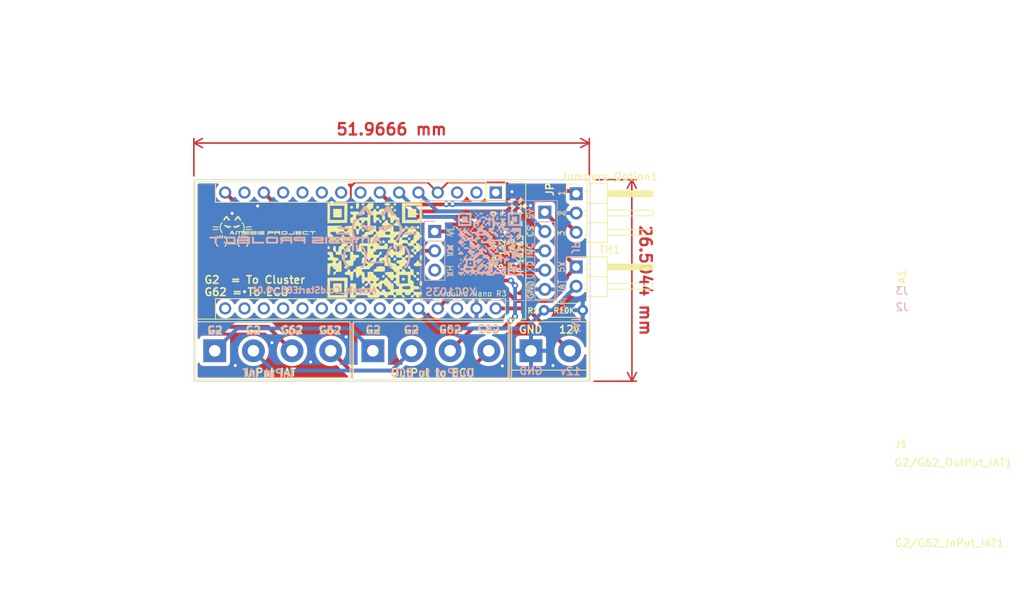
<source format=kicad_pcb>
(kicad_pcb (version 20211014) (generator pcbnew)
  (title_block (title "012-Amesis-ColdStartE85") (date "2022-09-29") (rev "v0.01_Golf 1.6L 16v ") (company "AP"))
  (layers (0 "F.Cu" signal) (31 "B.Cu" signal) (34 "B.Paste" user) (35 "F.Paste" user) (36 "B.SilkS" user "B.Silkscreen") (37 "F.SilkS" user "F.Silkscreen") (38 "B.Mask" user) (39 "F.Mask" user) (44 "Edge.Cuts" user))
  (net 0 "")
  (net 7 "GND")
  (net 9 "Net-(A1-Pad5)")
  (net 11 "Net-(A1-Pad6)")
  (net 13 "Net-(A1-Pad7)")
  (net 24 "Net-(A1-Pad30)")
  (net 26 "Net-(A1-Pad26)")
  (net 27 "Net-(A1-Pad27)")
  (net 28 "Net-(A1-Pad13)")
  (net 29 "Net-(A1-Pad15)")
  (net 30 "Net-(G2/G62_InPut_IAT1-Pad2)")
  (net 31 "Net-(G2/G62_InPut_IAT1-Pad3)")
  (net 32 "Net-(G2/G62_InPut_IAT1-Pad1)")
  (net 33 "Net-(G2/G62_InPut_IAT1-Pad4)")
  (net 34 "Net-(G2/G62_OutPut_IAT1-Pad3)")
  (footprint "AP_Amesis Logo:15x15 KiCad QR Code La Boutique Amesis Project" (layer "F.Cu") (at 141.986 54.0004)
    (fp_text reference " " (at -0.12 -7.85) (layer "F.SilkS") (effects (font (size 1.524 1.524) (thickness 0.3))))
    (fp_text value "LOGO" hide)
  )
  (footprint "Module:Arduino_Nano" (layer "F.Cu") (at 157.888154 46.646104 -90)
    (fp_text reference "A1" (at 11.0494 -53.365 90) (layer "F.SilkS"))
    (fp_text value "Arduino_Nano_v3.x")
    (pad "1" thru_hole rect locked (at 0 0 270) (size 1.6 1.6) (drill 1) (layers *.Cu *.Mask))
    (pad "2" thru_hole oval locked (at 0 2.54 270) (size 1.6 1.6) (drill 1) (layers *.Cu *.Mask))
    (pad "3" thru_hole oval locked (at 0 5.08 270) (size 1.6 1.6) (drill 1) (layers *.Cu *.Mask))
    (pad "4" thru_hole oval locked (at 0 7.62 270) (size 1.6 1.6) (drill 1) (layers *.Cu *.Mask) (net 7 "GND"))
    (pad "5" thru_hole oval locked (at 0 10.16 270) (size 1.6 1.6) (drill 1) (layers *.Cu *.Mask) (net 9 "Net-(A1-Pad5)"))
    (pad "6" thru_hole oval locked (at 0 12.7 270) (size 1.6 1.6) (drill 1) (layers *.Cu *.Mask) (net 11 "Net-(A1-Pad6)"))
    (pad "7" thru_hole oval locked (at 0 15.24 270) (size 1.6 1.6) (drill 1) (layers *.Cu *.Mask) (net 13 "Net-(A1-Pad7)"))
    (pad "8" thru_hole oval locked (at 0 17.78 270) (size 1.6 1.6) (drill 1) (layers *.Cu *.Mask))
    (pad "9" thru_hole oval locked (at 0 20.32 270) (size 1.6 1.6) (drill 1) (layers *.Cu *.Mask))
    (pad "10" thru_hole oval locked (at 0 22.86 270) (size 1.6 1.6) (drill 1) (layers *.Cu *.Mask))
    (pad "11" thru_hole oval locked (at 0 25.4 270) (size 1.6 1.6) (drill 1) (layers *.Cu *.Mask))
    (pad "12" thru_hole oval locked (at 0 27.94 270) (size 1.6 1.6) (drill 1) (layers *.Cu *.Mask))
    (pad "13" thru_hole oval locked (at 0 30.48 270) (size 1.6 1.6) (drill 1) (layers *.Cu *.Mask) (net 28 "Net-(A1-Pad13)"))
    (pad "14" thru_hole oval locked (at 0 33.02 270) (size 1.6 1.6) (drill 1) (layers *.Cu *.Mask))
    (pad "15" thru_hole oval locked (at 0 35.56 270) (size 1.6 1.6) (drill 1) (layers *.Cu *.Mask) (net 29 "Net-(A1-Pad15)"))
    (pad "16" thru_hole oval locked (at 15.24 35.56 270) (size 1.6 1.6) (drill 1) (layers *.Cu *.Mask))
    (pad "17" thru_hole oval locked (at 15.24 33.02 270) (size 1.6 1.6) (drill 1) (layers *.Cu *.Mask))
    (pad "18" thru_hole oval locked (at 15.24 30.48 270) (size 1.6 1.6) (drill 1) (layers *.Cu *.Mask))
    (pad "19" thru_hole oval locked (at 15.24 27.94 270) (size 1.6 1.6) (drill 1) (layers *.Cu *.Mask))
    (pad "20" thru_hole oval locked (at 15.24 25.4 270) (size 1.6 1.6) (drill 1) (layers *.Cu *.Mask))
    (pad "21" thru_hole oval locked (at 15.24 22.86 270) (size 1.6 1.6) (drill 1) (layers *.Cu *.Mask))
    (pad "22" thru_hole oval locked (at 15.24 20.32 270) (size 1.6 1.6) (drill 1) (layers *.Cu *.Mask))
    (pad "23" thru_hole oval locked (at 15.24 17.78 270) (size 1.6 1.6) (drill 1) (layers *.Cu *.Mask))
    (pad "24" thru_hole oval locked (at 15.24 15.24 270) (size 1.6 1.6) (drill 1) (layers *.Cu *.Mask))
    (pad "25" thru_hole oval locked (at 15.24 12.7 270) (size 1.6 1.6) (drill 1) (layers *.Cu *.Mask))
    (pad "26" thru_hole oval locked (at 15.24 10.16 270) (size 1.6 1.6) (drill 1) (layers *.Cu *.Mask) (net 26 "Net-(A1-Pad26)"))
    (pad "27" thru_hole oval locked (at 15.24 7.62 270) (size 1.6 1.6) (drill 1) (layers *.Cu *.Mask) (net 27 "Net-(A1-Pad27)"))
    (pad "28" thru_hole oval locked (at 15.24 5.08 270) (size 1.6 1.6) (drill 1) (layers *.Cu *.Mask))
    (pad "29" thru_hole oval locked (at 15.24 2.54 270) (size 1.6 1.6) (drill 1) (layers *.Cu *.Mask) (net 7 "GND"))
    (pad "30" thru_hole oval locked (at 15.24 0 270) (size 1.6 1.6) (drill 1) (layers *.Cu *.Mask) (net 24 "Net-(A1-Pad30)"))
  )
  (footprint "TerminalBlock:TerminalBlock_bornier-2_P5.08mm" (layer "F.Cu") (at 162.510954 67.464104)
    (fp_text reference "J1" (at 48.6406 12.2786) (layer "F.SilkS"))
    (fp_text value "Screw_Terminal_01x02")
    (pad "1" thru_hole rect locked (at 0 0) (size 3 3) (drill 1.52) (layers *.Cu *.Mask) (net 7 "GND"))
    (pad "2" thru_hole circle locked (at 5.08 0) (size 3 3) (drill 1.52) (layers *.Cu *.Mask) (net 24 "Net-(A1-Pad30)"))
  )
  (footprint "Connector_PinHeader_2.54mm:PinHeader_1x03_P2.54mm_Horizontal" (layer "F.Cu") (at 168.454554 46.803504)
    (fp_text reference "Jumpers_Option1" (at 4.385 -2.27) (layer "F.SilkS"))
    (fp_text value "Conn_01x03_Male")
    (pad "1" thru_hole rect locked (at 0 0) (size 1.7 1.7) (drill 1) (layers *.Cu *.Mask) (net 28 "Net-(A1-Pad13)"))
    (pad "2" thru_hole oval locked (at 0 2.54) (size 1.7 1.7) (drill 1) (layers *.Cu *.Mask) (net 7 "GND"))
    (pad "3" thru_hole oval locked (at 0 5.08) (size 1.7 1.7) (drill 1) (layers *.Cu *.Mask) (net 29 "Net-(A1-Pad15)"))
  )
  (footprint "TerminalBlock:TerminalBlock_bornier-4_P5.08mm" (layer "F.Cu") (at 141.733754 67.464104)
    (fp_text reference "G2/G62_OutPut_IAT1" (at 76.2758 14.717) (layer "F.SilkS"))
    (fp_text value "Conn_01x04_Male")
    (pad "1" thru_hole rect (at 0 0) (size 3 3) (drill 1.52) (layers *.Cu *.Mask) (net 32 "Net-(G2/G62_InPut_IAT1-Pad1)"))
    (pad "2" thru_hole circle (at 5.08 0) (size 3 3) (drill 1.52) (layers *.Cu *.Mask) (net 30 "Net-(G2/G62_InPut_IAT1-Pad2)"))
    (pad "3" thru_hole circle (at 10.16 0) (size 3 3) (drill 1.52) (layers *.Cu *.Mask) (net 34 "Net-(G2/G62_OutPut_IAT1-Pad3)"))
    (pad "4" thru_hole circle (at 15.24 0) (size 3 3) (drill 1.52) (layers *.Cu *.Mask) (net 33 "Net-(G2/G62_InPut_IAT1-Pad4)"))
  )
  (footprint "AP_Amesis Logo:AmesisProject Logo 15mm" (layer "F.Cu") (at 127.255754 52.325704)
    (fp_text reference " " (at 0 0) (layer "F.SilkS") (effects (font (size 1.524 1.524) (thickness 0.3))))
    (fp_text value "LOGO" hide)
  )
  (footprint "Resistor_THT:R_Axial_DIN0204_L3.6mm_D1.6mm_P5.08mm_Horizontal" (layer "F.Cu") (at 164.2364 62.1284)
    (fp_text reference "R1" (at -1.4732 0.0508) (layer "F.SilkS") (effects (font (size 0.7 0.7))))
    (fp_text value "R10K" (at 2.6416 0.0508) (layer "F.SilkS") (effects (font (size 0.7 0.7))))
    (pad "1" thru_hole circle locked (at 0 0) (size 1.4 1.4) (drill 0.7) (layers *.Cu *.Mask) (net 26 "Net-(A1-Pad26)"))
    (pad "2" thru_hole oval locked (at 5.08 0) (size 1.4 1.4) (drill 0.7) (layers *.Cu *.Mask) (net 7 "GND"))
  )
  (footprint "Connector_PinHeader_2.54mm:PinHeader_1x02_P2.54mm_Horizontal" (layer "F.Cu") (at 168.4528 56.4388)
    (fp_text reference "TH1" (at 4.385 -2.27) (layer "F.SilkS"))
    (fp_text value "Thermistor")
    (pad "1" thru_hole rect locked (at 0 0) (size 1.7 1.7) (drill 1) (layers *.Cu *.Mask) (net 27 "Net-(A1-Pad27)"))
    (pad "2" thru_hole oval locked (at 0 2.54) (size 1.7 1.7) (drill 1) (layers *.Cu *.Mask) (net 26 "Net-(A1-Pad26)"))
  )
  (footprint "TerminalBlock:TerminalBlock_bornier-4_P5.08mm" (layer "F.Cu") (at 120.956554 67.464104)
    (fp_text reference "G2/G62_InPut_IAT1" (at 96.545 25.2834) (layer "F.SilkS"))
    (fp_text value "Conn_01x04_Male")
    (pad "1" thru_hole rect (at 0 0) (size 3 3) (drill 1.52) (layers *.Cu *.Mask) (net 32 "Net-(G2/G62_InPut_IAT1-Pad1)"))
    (pad "2" thru_hole circle (at 5.08 0) (size 3 3) (drill 1.52) (layers *.Cu *.Mask) (net 30 "Net-(G2/G62_InPut_IAT1-Pad2)"))
    (pad "3" thru_hole circle (at 10.16 0) (size 3 3) (drill 1.52) (layers *.Cu *.Mask) (net 31 "Net-(G2/G62_InPut_IAT1-Pad3)"))
    (pad "4" thru_hole circle (at 15.24 0) (size 3 3) (drill 1.52) (layers *.Cu *.Mask) (net 33 "Net-(G2/G62_InPut_IAT1-Pad4)"))
  )
  (footprint "Connector_PinSocket_2.54mm:PinSocket_1x05_P2.54mm_Vertical" (layer "B.Cu") (at 164.339754 49.226904 180)
    (fp_text reference "J2" (at -46.9642 -12.4818) (layer "B.SilkS") (effects (justify mirror)))
    (fp_text value "Conn_01x05_Female")
    (pad "1" thru_hole rect locked (at 0 0 180) (size 1.7 1.7) (drill 1) (layers *.Cu *.Mask) (net 27 "Net-(A1-Pad27)"))
    (pad "2" thru_hole oval locked (at 0 -2.54 180) (size 1.7 1.7) (drill 1) (layers *.Cu *.Mask) (net 13 "Net-(A1-Pad7)"))
    (pad "3" thru_hole oval locked (at 0 -5.08 180) (size 1.7 1.7) (drill 1) (layers *.Cu *.Mask) (net 9 "Net-(A1-Pad5)"))
    (pad "4" thru_hole oval locked (at 0 -7.62 180) (size 1.7 1.7) (drill 1) (layers *.Cu *.Mask) (net 11 "Net-(A1-Pad6)"))
    (pad "5" thru_hole oval locked (at 0 -10.16 180) (size 1.7 1.7) (drill 1) (layers *.Cu *.Mask) (net 7 "GND"))
  )
  (footprint "AP_Amesis Logo:AmesisProject Logo 30mm" (layer "B.Cu") (at 133.707354 52.528904 180)
    (fp_text reference " " (at 0 0) (layer "B.SilkS") (effects (font (size 1.524 1.524) (thickness 0.3)) (justify mirror)))
    (fp_text value "LOGO" hide)
  )
  (footprint "Connector_PinSocket_2.54mm:PinSocket_1x03_P2.54mm_Vertical" (layer "B.Cu") (at 149.861754 51.766904 180)
    (fp_text reference "J3" (at -61.4422 -7.8082) (layer "B.SilkS") (effects (justify mirror)))
    (fp_text value "Conn_01x03_Female")
    (pad "1" thru_hole rect locked (at 0 0 180) (size 1.7 1.7) (drill 1) (layers *.Cu *.Mask) (net 34 "Net-(G2/G62_OutPut_IAT1-Pad3)"))
    (pad "2" thru_hole oval locked (at 0 -2.54 180) (size 1.7 1.7) (drill 1) (layers *.Cu *.Mask) (net 31 "Net-(G2/G62_InPut_IAT1-Pad3)"))
    (pad "3" thru_hole oval locked (at 0 -5.08 180) (size 1.7 1.7) (drill 1) (layers *.Cu *.Mask))
  )
  (footprint "AP_Amesis Logo:10x10 KiCad QR Code La Boutique Amesis Project" (layer "B.Cu") (at 157.076524 53.272835 180)
    (fp_text reference " " (at -0.03 5.26) (layer "B.SilkS") (effects (font (size 1.524 1.524) (thickness 0.3)) (justify mirror)))
    (fp_text value "LOGO" hide)
  )
  (gr_rect (start 148.032954 47.702904) (end 165.965354 60.860104) (layer "B.SilkS") (width 0.1) (fill none))
  (gr_line (start 159.716954 63.908104) (end 159.716954 71.121704) (layer "B.SilkS") (width 0.2))
  (gr_line (start 169.673754 55.119704) (end 167.336954 55.119704) (layer "B.SilkS") (width 0.2))
  (gr_line (start 138.990554 63.857304) (end 138.990554 71.070904) (layer "B.SilkS") (width 0.2))
  (gr_rect (start 118.213354 71.477304) (end 170.283354 44.959704) (layer "Edge.Cuts") (width 0.1) (fill none))
  (gr_text "G2" (at 127.103354 64.771704) (layer "B.SilkS") (effects (font (size 1 1) (thickness 0.2)) (justify left mirror)))
  (gr_text "VW" (at 151.893754 54.256104 -90) (layer "B.SilkS") (effects (font (size 0.8 0.8) (thickness 0.1)) (justify mirror)))
  (gr_text "1" (at 166.676554 46.686904 -90) (layer "B.SilkS") (effects (font (size 0.8 0.8) (thickness 0.1)) (justify mirror)))
  (gr_text "Amesis_ColdStartE85_v0.01 " (at 142.343354 59.488504) (layer "B.SilkS") (effects (font (size 0.8 0.8) (thickness 0.2)) (justify left mirror)))
  (gr_text "X9C103S" (at 151.995354 59.742504) (layer "B.SilkS") (effects (font (size 1 1) (thickness 0.2)) (justify mirror)))
  (gr_text "G2" (at 147.931354 64.720904) (layer "B.SilkS") (effects (font (size 1 1) (thickness 0.2)) (justify left mirror)))
  (gr_text "U/D" (at 162.256954 56.846904 -90) (layer "B.SilkS") (effects (font (size 0.8 0.8) (thickness 0.1)) (justify mirror)))
  (gr_text "VL" (at 151.792154 51.868504 -90) (layer "B.SilkS") (effects (font (size 0.8 0.8) (thickness 0.1)) (justify mirror)))
  (gr_text "GND" (at 162.510954 70.105704) (layer "B.SilkS") (effects (font (size 1 1) (thickness 0.2)) (justify mirror)))
  (gr_text "OutPut to ECU" (at 155.144954 70.359704) (layer "B.SilkS") (effects (font (size 1 1) (thickness 0.2)) (justify left mirror)))
  (gr_text "VH" (at 151.893754 56.948504 -90) (layer "B.SilkS") (effects (font (size 0.8 0.8) (thickness 0.1)) (justify mirror)))
  (gr_text "3" (at 166.676554 51.970104 -90) (layer "B.SilkS") (effects (font (size 0.8 0.8) (thickness 0.1)) (justify mirror)))
  (gr_text "2" (at 166.676554 49.328504 -90) (layer "B.SilkS") (effects (font (size 0.8 0.8) (thickness 0.1)) (justify mirror)))
  (gr_text "G2" (at 142.902154 64.720904) (layer "B.SilkS") (effects (font (size 1 1) (thickness 0.2)) (justify left mirror)))
  (gr_text "IAT" (at 166.727354 58.929704 -90) (layer "B.SilkS") (effects (font (size 0.8 0.8) (thickness 0.1)) (justify mirror)))
  (gr_text "G62" (at 137.618954 64.771704) (layer "B.SilkS") (effects (font (size 1 1) (thickness 0.2)) (justify left mirror)))
  (gr_text "G62" (at 158.548554 64.619304) (layer "B.SilkS") (effects (font (size 1 1) (thickness 0.2)) (justify left mirror)))
  (gr_text "JP" (at 168.352954 53.900504 -90) (layer "B.SilkS") (effects (font (size 1 1) (thickness 0.2)) (justify mirror)))
  (gr_text "5V" (at 166.727354 56.440504 -90) (layer "B.SilkS") (effects (font (size 0.8 0.8) (thickness 0.1)) (justify mirror)))
  (gr_text "5v" (at 162.256954 49.328504 -90) (layer "B.SilkS") (effects (font (size 0.8 0.8) (thickness 0.1)) (justify mirror)))
  (gr_text "12v" (at 167.692554 70.156504) (layer "B.SilkS") (effects (font (size 1 1) (thickness 0.2)) (justify mirror)))
  (gr_text "CS" (at 162.256954 51.614504 -90) (layer "B.SilkS") (effects (font (size 0.8 0.8) (thickness 0.1)) (justify mirror)))
  (gr_text "Gnd" (at 166.778154 61.571304 -90) (layer "B.SilkS") (effects (font (size 0.8 0.8) (thickness 0.1)) (justify mirror)))
  (gr_text "G62" (at 153.519354 64.670104) (layer "B.SilkS") (effects (font (size 1 1) (thickness 0.2)) (justify left mirror)))
  (gr_text "GND" (at 162.256954 59.640904 -90) (layer "B.SilkS") (effects (font (size 0.8 0.8) (thickness 0.1)) (justify mirror)))
  (gr_text "G2" (at 122.074154 64.771704) (layer "B.SilkS") (effects (font (size 1 1) (thickness 0.2)) (justify left mirror)))
  (gr_text "InPut IAT" (at 131.421354 70.410504) (layer "B.SilkS") (effects (font (size 1 1) (thickness 0.2)) (justify left mirror)))
  (gr_text "INC" (at 162.256954 54.154504 -90) (layer "B.SilkS") (effects (font (size 0.8 0.8) (thickness 0.1)) (justify mirror)))
  (gr_text "IAT" (at 168.403754 64.009704 -90) (layer "B.SilkS") (effects (font (size 1 1) (thickness 0.2)) (justify mirror)))
  (gr_text "G62" (at 132.589754 64.822504) (layer "B.SilkS") (effects (font (size 1 1) (thickness 0.2)) (justify left mirror)))
  (gr_text " No  JP   = 0" (at 157.5816 57.0484 90) (layer "F.SilkS") (effects (font (size 0.7 0.7) (thickness 0.175)) (justify left)))
  (gr_text "GND" (at 162.460154 64.670104) (layer "F.SilkS") (effects (font (size 1 1) (thickness 0.2))))
  (gr_text "InPut IAT" (at 124.817354 70.308904) (layer "F.SilkS") (effects (font (size 1 1) (thickness 0.2)) (justify left)))
  (gr_text "INC" (at 162.460154 54.306904 90) (layer "F.SilkS") (effects (font (size 0.8 0.8) (thickness 0.1))))
  (gr_text "OutPut to ECU" (at 144.019754 70.359704) (layer "F.SilkS") (effects (font (size 1 1) (thickness 0.2)) (justify left)))
  (gr_text "JP" (at 165.000154 46.229704 90) (layer "F.SilkS") (effects (font (size 1 1) (thickness 0.2))))
  (gr_text "VW" (at 151.893754 54.256104 90) (layer "F.SilkS") (effects (font (size 0.8 0.8) (thickness 0.1))))
  (gr_text "G62" (at 150.318954 64.670104) (layer "F.SilkS") (effects (font (size 1 1) (thickness 0.2)) (justify left)))
  (gr_text "2" (at 166.524154 49.379304 90) (layer "F.SilkS") (effects (font (size 0.8 0.8) (thickness 0.1))))
  (gr_text "12v" (at 167.540154 64.670104) (layer "F.SilkS") (effects (font (size 1 1) (thickness 0.2))))
  (gr_text "5v" (at 162.460154 49.480904 90) (layer "F.SilkS") (effects (font (size 0.8 0.8) (thickness 0.1))))
  (gr_text "\nJP  2&3   = ++\n" (at 159.4104 57.3532 90) (layer "F.SilkS") (effects (font (size 0.7 0.7) (thickness 0.175)) (justify left)))
  (gr_text "G2" (at 119.889754 64.771704) (layer "F.SilkS") (effects (font (size 1 1) (thickness 0.2)) (justify left)))
  (gr_text "G2  = To Cluster\nG62 = To ECU\n" (at 119.483354 58.929704) (layer "F.SilkS") (effects (font (size 1 1) (thickness 0.2)) (justify left)))
  (gr_text "G2" (at 145.696154 64.720904) (layer "F.SilkS") (effects (font (size 1 1) (thickness 0.2)) (justify left)))
  (gr_text "1" (at 166.524154 46.737704 90) (layer "F.SilkS") (effects (font (size 0.8 0.8) (thickness 0.1))))
  (gr_text "CS" (at 162.460154 51.766904 90) (layer "F.SilkS") (effects (font (size 0.8 0.8) (thickness 0.1))))
  (gr_text "3" (at 166.524154 52.020904 90) (layer "F.SilkS") (effects (font (size 0.8 0.8) (thickness 0.1))))
  (gr_text "U/D" (at 162.460154 56.846904 90) (layer "F.SilkS") (effects (font (size 0.8 0.8) (thickness 0.1))))
  (gr_text "G62" (at 129.541754 64.720904) (layer "F.SilkS") (effects (font (size 1 1) (thickness 0.2)) (justify left)))
  (gr_text "G62" (at 155.348154 64.720904) (layer "F.SilkS") (effects (font (size 1 1) (thickness 0.2)) (justify left)))
  (gr_text "G2" (at 124.918954 64.771704) (layer "F.SilkS") (effects (font (size 1 1) (thickness 0.2)) (justify left)))
  (gr_text "G62" (at 134.570954 64.771704) (layer "F.SilkS") (effects (font (size 1 1) (thickness 0.2)) (justify left)))
  (gr_text "5V" (at 166.5224 56.4388 90) (layer "F.SilkS") (effects (font (size 0.8 0.8) (thickness 0.1))))
  (gr_text "VL" (at 151.995354 51.716104 90) (layer "F.SilkS") (effects (font (size 0.8 0.8) (thickness 0.1))))
  (gr_text "GND" (at 162.460154 59.437704 90) (layer "F.SilkS") (effects (font (size 0.8 0.8) (thickness 0.1))))
  (gr_text "Arduino Nano R3" (at 150.268154 59.945704) (layer "F.SilkS") (effects (font (size 0.7 0.7) (thickness 0.1)) (justify left)))
  (gr_text "IAT" (at 166.5224 58.928 90) (layer "F.SilkS") (effects (font (size 0.8 0.8) (thickness 0.1))))
  (gr_text "G2" (at 140.666954 64.720904) (layer "F.SilkS") (effects (font (size 1 1) (thickness 0.2)) (justify left)))
  (gr_text "VH" (at 151.893754 56.948504 90) (layer "F.SilkS") (effects (font (size 0.8 0.8) (thickness 0.1))))
  (gr_text "\nJP 1&2&3  = +++" (at 160.5788 57.8612 90) (layer "F.SilkS") (effects (font (size 0.7 0.7) (thickness 0.175)) (justify left)))
  (gr_text "JP  1&2   = +\n" (at 158.75 57.3532 90) (layer "F.SilkS") (effects (font (size 0.7 0.7) (thickness 0.175)) (justify left)))
  (dimension (type aligned) (layer "F.Cu") (pts (xy 170.18 44.959704) (xy 118.213354 44.959704)) (height 4.827703) (gr_text "51,9666 mm" (at 144.196677 38.332001) (layer "F.Cu") (effects (font (size 1.5 1.5) (thickness 0.3)))) (format (units 3) (units_format 1) (precision 4)) (style (thickness 0.2) (arrow_length 1.27) (text_position_mode 0) (extension_height 0.58642) (extension_offset 0.5) keep_text_aligned))
  (dimension (type aligned) (layer "F.Cu") (pts (xy 170.300954 71.464104) (xy 170.283354 44.959704)) (height 5.484274) (gr_text "26,5044 mm" (at 177.576427 58.207067 -89.96195328) (layer "F.Cu") (effects (font (size 1.5 1.5) (thickness 0.3)))) (format (units 3) (units_format 1) (precision 4)) (style (thickness 0.2) (arrow_length 1.27) (text_position_mode 0) (extension_height 0.58642) (extension_offset 0.5) keep_text_aligned))
  (segment (start 151.598954 45.315304) (end 150.268154 46.646104) (width 0.25) (layer "F.Cu") (net 7))
  (segment (start 138.838154 47.398104) (end 138.279354 47.956904) (width 0.25) (layer "F.Cu") (net 7))
  (segment (start 148.937354 45.315304) (end 139.396954 45.315304) (width 0.25) (layer "F.Cu") (net 7))
  (segment (start 160.021754 46.026504) (end 159.310554 45.315304) (width 0.25) (layer "F.Cu") (net 7))
  (segment (start 159.310554 45.315304) (end 151.598954 45.315304) (width 0.25) (layer "F.Cu") (net 7))
  (segment (start 138.279354 47.956904) (end 136.348954 47.956904) (width 0.25) (layer "F.Cu") (net 7))
  (segment (start 138.838154 45.874104) (end 138.838154 47.398104) (width 0.25) (layer "F.Cu") (net 7))
  (segment (start 150.268154 46.646104) (end 148.937354 45.315304) (width 0.25) (layer "F.Cu") (net 7))
  (segment (start 139.396954 45.315304) (end 138.838154 45.874104) (width 0.25) (layer "F.Cu") (net 7))
  (segment (start 160.021754 46.534504) (end 160.021754 46.026504) (width 0.25) (layer "F.Cu") (net 7))
  (via (at 123.242554 49.379304) (size 0.8) (drill 0.4) (layers "F.Cu" "B.Cu") (net 7))
  (via (at 124.868154 59.691704) (size 0.8) (drill 0.4) (layers "F.Cu" "B.Cu") (net 7))
  (via (at 133.554954 68.937304) (size 0.8) (drill 0.4) (layers "F.Cu" "B.Cu") (net 7))
  (via (at 160.580554 55.997404) (size 0.8) (drill 0.4) (layers "F.Cu" "B.Cu") (net 7))
  (via (at 162.460154 48.363304) (size 0.8) (drill 0.4) (layers "F.Cu" "B.Cu") (net 7))
  (via (at 165.406554 69.394504) (size 0.8) (drill 0.4) (layers "F.Cu" "B.Cu") (net 7))
  (via (at 160.021754 46.534504) (size 0.8) (drill 0.4) (layers "F.Cu" "B.Cu") (net 7))
  (via (at 123.648954 69.394504) (size 0.8) (drill 0.4) (layers "F.Cu" "B.Cu") (net 7))
  (via (at 138.228554 65.635304) (size 0.8) (drill 0.4) (layers "F.Cu" "B.Cu") (net 7))
  (via (at 159.056554 51.868504) (size 0.8) (drill 0.4) (layers "F.Cu" "B.Cu") (net 7))
  (via (at 126.595354 48.414104) (size 0.8) (drill 0.4) (layers "F.Cu" "B.Cu") (net 7))
  (via (at 158.751754 69.445304) (size 0.8) (drill 0.4) (layers "F.Cu" "B.Cu") (net 7))
  (via (at 128.474954 66.397304) (size 0.8) (drill 0.4) (layers "F.Cu" "B.Cu") (net 7))
  (via (at 136.348954 47.956904) (size 0.8) (drill 0.4) (layers "F.Cu" "B.Cu") (net 7))
  (segment (start 147.728154 46.646104) (end 150.207354 49.125304) (width 0.5) (layer "B.Cu") (net 9))
  (segment (start 150.207354 49.125304) (end 153.265354 49.125304) (width 0.5) (layer "B.Cu") (net 9))
  (segment (start 153.265354 49.125304) (end 158.446954 54.306904) (width 0.5) (layer "B.Cu") (net 9))
  (segment (start 158.446954 54.306904) (end 164.339754 54.306904) (width 0.5) (layer "B.Cu") (net 9))
  (segment (start 152.350954 49.836504) (end 148.378554 49.836504) (width 0.5) (layer "B.Cu") (net 11))
  (segment (start 159.361354 56.846904) (end 152.350954 49.836504) (width 0.5) (layer "B.Cu") (net 11))
  (segment (start 148.378554 49.836504) (end 145.188154 46.646104) (width 0.5) (layer "B.Cu") (net 11))
  (segment (start 164.339754 56.846904) (end 159.361354 56.846904) (width 0.5) (layer "B.Cu") (net 11))
  (segment (start 144.212954 48.210904) (end 142.648154 46.646104) (width 0.5) (layer "F.Cu") (net 13))
  (segment (start 151.385754 48.160104) (end 151.334954 48.210904) (width 0.5) (layer "F.Cu") (net 13))
  (segment (start 151.334954 48.210904) (end 144.212954 48.210904) (width 0.5) (layer "F.Cu") (net 13))
  (segment (start 152.198554 48.160104) (end 151.385754 48.160104) (width 0.5) (layer "F.Cu") (net 13))
  (via (at 151.385754 48.160104) (size 0.8) (drill 0.4) (layers "F.Cu" "B.Cu") (net 13))
  (via (at 152.198554 48.160104) (size 0.8) (drill 0.4) (layers "F.Cu" "B.Cu") (net 13))
  (segment (start 160.783754 48.210904) (end 151.436554 48.210904) (width 0.5) (layer "B.Cu") (net 13))
  (segment (start 164.339754 51.766904) (end 160.783754 48.210904) (width 0.5) (layer "B.Cu") (net 13))
  (segment (start 151.436554 48.210904) (end 151.385754 48.160104) (width 0.5) (layer "B.Cu") (net 13))
  (segment (start 167.590954 67.464104) (end 162.012954 61.886104) (width 0.5) (layer "F.Cu") (net 24))
  (segment (start 162.012954 61.886104) (end 157.888154 61.886104) (width 0.5) (layer "F.Cu") (net 24))
  (segment (start 161.847096 64.517704) (end 164.2364 62.1284) (width 0.5) (layer "B.Cu") (net 26))
  (segment (start 147.728154 61.886104) (end 150.359754 64.517704) (width 0.5) (layer "B.Cu") (net 26))
  (segment (start 165.3032 62.1284) (end 168.4528 58.9788) (width 0.5) (layer "B.Cu") (net 26))
  (segment (start 164.2364 62.1284) (end 165.3032 62.1284) (width 0.5) (layer "B.Cu") (net 26))
  (segment (start 150.359754 64.517704) (end 161.847096 64.517704) (width 0.5) (layer "B.Cu") (net 26))
  (segment (start 165.203354 60.910904) (end 166.422554 59.691704) (width 0.5) (layer "F.Cu") (net 27))
  (segment (start 166.422554 59.691704) (end 166.422554 58.482504) (width 0.5) (layer "F.Cu") (net 27))
  (segment (start 152.310154 59.844104) (end 159.50514 59.844104) (width 0.5) (layer "F.Cu") (net 27))
  (segment (start 150.268154 61.886104) (end 152.310154 59.844104) (width 0.5) (layer "F.Cu") (net 27))
  (segment (start 166.422554 58.482504) (end 168.479554 56.425504) (width 0.5) (layer "F.Cu") (net 27))
  (segment (start 168.479554 56.425504) (end 166.422554 54.368504) (width 0.5) (layer "F.Cu") (net 27))
  (segment (start 159.50514 59.844104) (end 160.57194 60.910904) (width 0.5) (layer "F.Cu") (net 27))
  (segment (start 166.422554 54.368504) (end 166.422554 51.309704) (width 0.5) (layer "F.Cu") (net 27))
  (segment (start 160.57194 60.910904) (end 165.203354 60.910904) (width 0.5) (layer "F.Cu") (net 27))
  (segment (start 166.422554 51.309704) (end 164.339754 49.226904) (width 0.5) (layer "F.Cu") (net 27))
  (segment (start 168.095635 46.444585) (end 168.454554 46.803504) (width 0.5) (layer "F.Cu") (net 28))
  (segment (start 161.966897 46.444585) (end 168.095635 46.444585) (width 0.5) (layer "F.Cu") (net 28))
  (segment (start 159.274498 49.136984) (end 161.966897 46.444585) (width 0.5) (layer "F.Cu") (net 28))
  (segment (start 127.408154 46.646104) (end 129.899034 49.136984) (width 0.5) (layer "F.Cu") (net 28))
  (segment (start 129.899034 49.136984) (end 159.274498 49.136984) (width 0.5) (layer "F.Cu") (net 28))
  (segment (start 159.564248 49.836504) (end 125.518554 49.836504) (width 0.5) (layer "F.Cu") (net 29))
  (segment (start 125.518554 49.836504) (end 122.328154 46.646104) (width 0.5) (layer "F.Cu") (net 29))
  (segment (start 165.304954 47.144104) (end 162.256648 47.144104) (width 0.5) (layer "F.Cu") (net 29))
  (segment (start 166.422554 48.261704) (end 165.304954 47.144104) (width 0.5) (layer "F.Cu") (net 29))
  (segment (start 166.422554 49.851504) (end 166.422554 48.261704) (width 0.5) (layer "F.Cu") (net 29))
  (segment (start 162.256648 47.144104) (end 159.564248 49.836504) (width 0.5) (layer "F.Cu") (net 29))
  (segment (start 168.454554 51.883504) (end 166.422554 49.851504) (width 0.5) (layer "F.Cu") (net 29))
  (segment (start 126.036554 67.464104) (end 128.627354 70.054904) (width 0.5) (layer "B.Cu") (net 30))
  (segment (start 144.222954 70.054904) (end 146.813754 67.464104) (width 0.5) (layer "B.Cu") (net 30))
  (segment (start 128.627354 70.054904) (end 144.222954 70.054904) (width 0.5) (layer "B.Cu") (net 30))
  (segment (start 119.889754 62.993704) (end 119.889754 60.148904) (width 0.5) (layer "F.Cu") (net 31))
  (segment (start 121.210554 64.314504) (end 119.889754 62.993704) (width 0.5) (layer "F.Cu") (net 31))
  (segment (start 127.966954 64.314504) (end 121.210554 64.314504) (width 0.5) (layer "F.Cu") (net 31))
  (segment (start 119.889754 60.148904) (end 125.731754 54.306904) (width 0.5) (layer "F.Cu") (net 31))
  (segment (start 131.116554 67.464104) (end 127.966954 64.314504) (width 0.5) (layer "F.Cu") (net 31))
  (segment (start 125.731754 54.306904) (end 149.861754 54.306904) (width 0.5) (layer "F.Cu") (net 31))
  (segment (start 138.787354 64.517704) (end 141.733754 67.464104) (width 0.5) (layer "B.Cu") (net 32))
  (segment (start 120.956554 67.464104) (end 123.902954 64.517704) (width 0.5) (layer "B.Cu") (net 32))
  (segment (start 123.902954 64.517704) (end 138.787354 64.517704) (width 0.5) (layer "B.Cu") (net 32))
  (segment (start 136.196554 67.464104) (end 138.787354 70.054904) (width 0.5) (layer "F.Cu") (net 33))
  (segment (start 138.787354 70.054904) (end 154.382954 70.054904) (width 0.5) (layer "F.Cu") (net 33))
  (segment (start 154.382954 70.054904) (end 156.973754 67.464104) (width 0.5) (layer "F.Cu") (net 33))
  (segment (start 159.818554 63.501704) (end 159.869354 63.501704) (width 0.25) (layer "F.Cu") (net 34))
  (segment (start 151.893754 67.464104) (end 154.840154 64.517704) (width 0.5) (layer "F.Cu") (net 34))
  (segment (start 158.751754 58.218504) (end 159.970954 58.218504) (width 0.5) (layer "F.Cu") (net 34))
  (segment (start 154.840154 64.517704) (end 158.802554 64.517704) (width 0.5) (layer "F.Cu") (net 34))
  (segment (start 158.751754 58.218504) (end 152.300154 51.766904) (width 0.5) (layer "F.Cu") (net 34))
  (segment (start 158.802554 64.517704) (end 159.818554 63.501704) (width 0.5) (layer "F.Cu") (net 34))
  (segment (start 159.970954 58.421704) (end 160.428154 58.878904) (width 0.5) (layer "F.Cu") (net 34))
  (segment (start 159.970954 58.218504) (end 159.970954 58.421704) (width 0.5) (layer "F.Cu") (net 34))
  (segment (start 159.869354 63.501704) (end 160.428154 62.942904) (width 0.5) (layer "F.Cu") (net 34))
  (segment (start 152.300154 51.766904) (end 149.861754 51.766904) (width 0.5) (layer "F.Cu") (net 34))
  (via (at 159.818554 63.501704) (size 0.8) (drill 0.4) (layers "F.Cu" "B.Cu") (net 34))
  (via (at 160.428154 58.878904) (size 0.8) (drill 0.4) (layers "F.Cu" "B.Cu") (net 34))
  (via (at 160.428154 62.942904) (size 0.8) (drill 0.4) (layers "F.Cu" "B.Cu") (net 34))
  (via (at 159.869354 58.218504) (size 0.8) (drill 0.4) (layers "F.Cu" "B.Cu") (net 34))
  (segment (start 160.428154 58.878904) (end 160.428154 58.777304) (width 0.5) (layer "B.Cu") (net 34))
  (segment (start 159.869354 63.501704) (end 160.428154 62.942904) (width 0.5) (layer "B.Cu") (net 34))
  (segment (start 159.818554 63.501704) (end 159.869354 63.501704) (width 0.25) (layer "B.Cu") (net 34))
  (segment (start 160.428154 58.777304) (end 159.869354 58.218504) (width 0.5) (layer "B.Cu") (net 34))
  (segment (start 160.428154 58.878904) (end 160.428154 62.942904) (width 0.5) (layer "B.Cu") (net 34))
  (zone (net 7) (net_name "GND") (layers F&B.Cu) (connect_pads (clearance 0.508)) (min_thickness 0.254) (fill yes (thermal_gap 0.508) (thermal_bridge_width 0.508))
    (polygon (pts (xy 196.775154 21.322704) (xy 196.571954 95.643104) (xy 93.143154 96.608304) (xy 92.736754 88.683504) (xy 92.736754 21.729104)))
  )
)
</source>
